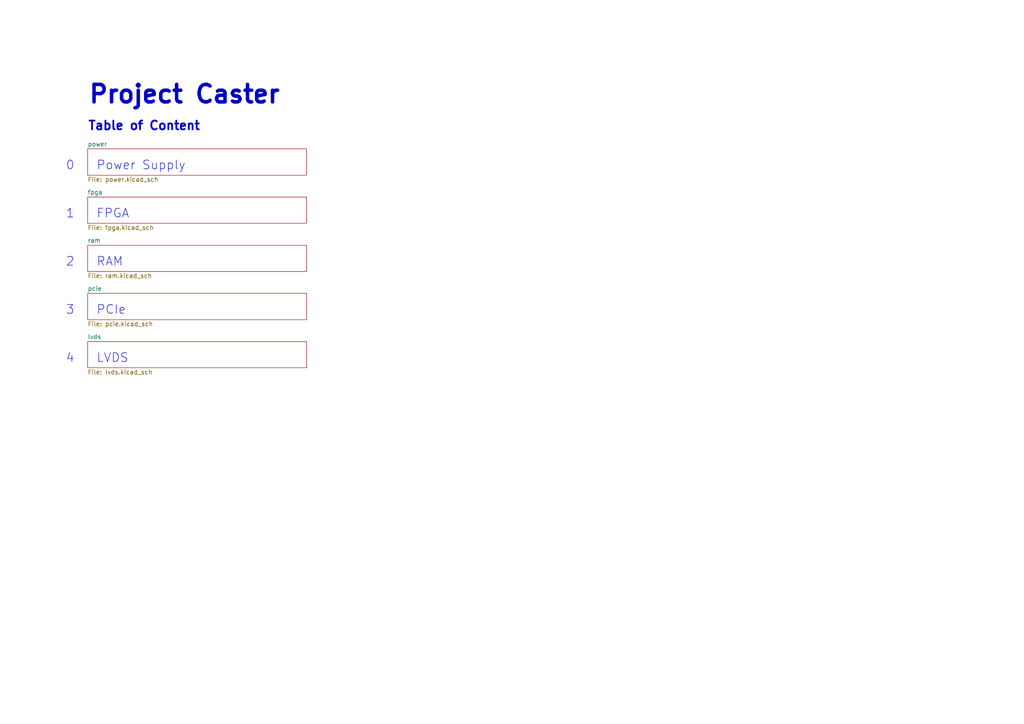
<source format=kicad_sch>
(kicad_sch (version 20210406) (generator eeschema)
  (paper "A4")
  (lib_symbols)
  (text "0" (at 19.05 49.53 0) (effects (font (size 2.54 2.54)) (justify left bottom)))
  (text "1" (at 19.05 63.5 0) (effects (font (size 2.54 2.54)) (justify left bottom)))
  (text "2" (at 19.05 77.47 0) (effects (font (size 2.54 2.54)) (justify left bottom)))
  (text "3" (at 19.05 91.44 0) (effects (font (size 2.54 2.54)) (justify left bottom)))
  (text "4" (at 19.05 105.41 0) (effects (font (size 2.54 2.54)) (justify left bottom)))
  (text "Project Caster" (at 25.4 30.48 0) (effects (font (size 5.08 5.08) (thickness 1.016) bold) (justify left bottom)))
  (text "Table of Content" (at 25.4 38.1 0) (effects (font (size 2.54 2.54) (thickness 0.508) bold) (justify left bottom)))
  (text "Power Supply" (at 27.94 49.53 0) (effects (font (size 2.54 2.54)) (justify left bottom)))
  (text "FPGA" (at 27.94 63.5 0) (effects (font (size 2.54 2.54)) (justify left bottom)))
  (text "RAM" (at 27.94 77.47 0) (effects (font (size 2.54 2.54)) (justify left bottom)))
  (text "PCIe" (at 27.94 91.44 0) (effects (font (size 2.54 2.54)) (justify left bottom)))
  (text "LVDS" (at 27.94 105.41 0) (effects (font (size 2.54 2.54)) (justify left bottom)))
  (sheet (at 25.4 57.15) (size 63.5 7.62) (stroke (width 0.0006))
    (property "Sheet name" "fpga" (at 25.4 56.5143 0) (effects (justify left bottom)))
    (property "Sheet file" "fpga.kicad_sch" (at 25.4 65.2787 0) (effects (justify left top)))
  )
  (sheet (at 25.4 99.06) (size 63.5 7.62) (stroke (width 0.0006))
    (property "Sheet name" "lvds" (at 25.4 98.4243 0) (effects (justify left bottom)))
    (property "Sheet file" "lvds.kicad_sch" (at 25.4 107.1887 0) (effects (justify left top)))
  )
  (sheet (at 25.4 85.09) (size 63.5 7.62) (stroke (width 0.0006))
    (property "Sheet name" "pcie" (at 25.4 84.4543 0) (effects (justify left bottom)))
    (property "Sheet file" "pcie.kicad_sch" (at 25.4 93.2187 0) (effects (justify left top)))
  )
  (sheet (at 25.4 43.18) (size 63.5 7.62) (stroke (width 0.0006))
    (property "Sheet name" "power" (at 25.4 42.5443 0) (effects (justify left bottom)))
    (property "Sheet file" "power.kicad_sch" (at 25.4 51.3087 0) (effects (justify left top)))
  )
  (sheet (at 25.4 71.12) (size 63.5 7.62) (stroke (width 0.0006))
    (property "Sheet name" "ram" (at 25.4 70.4843 0) (effects (justify left bottom)))
    (property "Sheet file" "ram.kicad_sch" (at 25.4 79.2487 0) (effects (justify left top)))
  )
)
</source>
